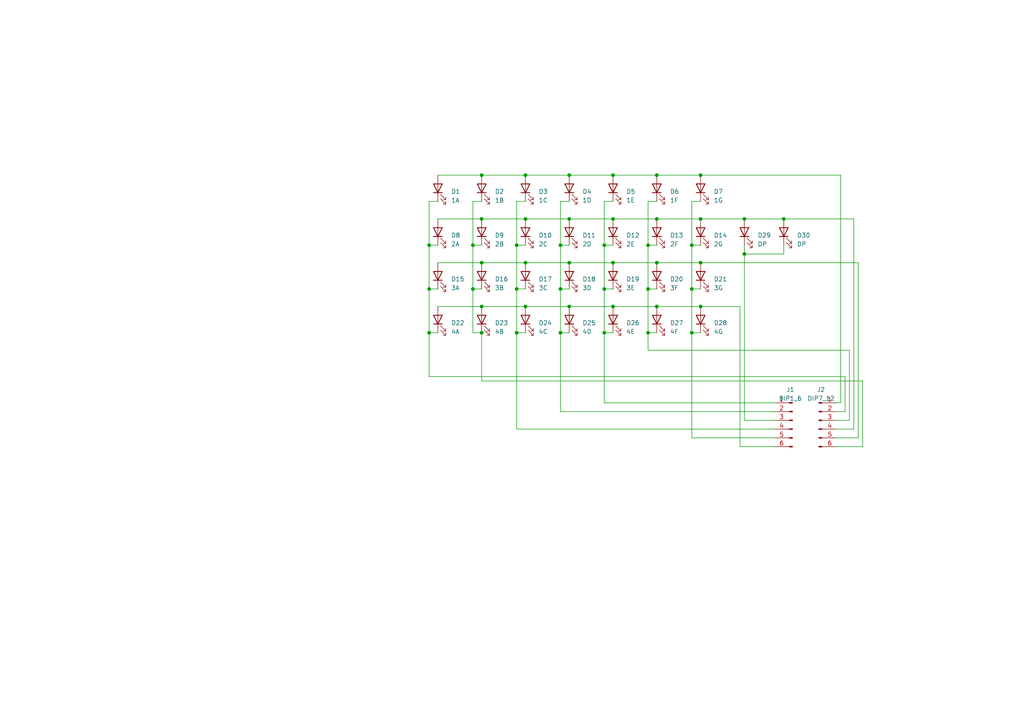
<source format=kicad_sch>
(kicad_sch
	(version 20231120)
	(generator "eeschema")
	(generator_version "8.0")
	(uuid "6f701bce-086f-42ff-9724-1fd347b3d6ad")
	(paper "A4")
	(lib_symbols
		(symbol "Connector:Conn_01x06_Pin"
			(pin_names
				(offset 1.016) hide)
			(exclude_from_sim no)
			(in_bom yes)
			(on_board yes)
			(property "Reference" "J"
				(at 0 7.62 0)
				(effects
					(font
						(size 1.27 1.27)
					)
				)
			)
			(property "Value" "Conn_01x06_Pin"
				(at 0 -10.16 0)
				(effects
					(font
						(size 1.27 1.27)
					)
				)
			)
			(property "Footprint" ""
				(at 0 0 0)
				(effects
					(font
						(size 1.27 1.27)
					)
					(hide yes)
				)
			)
			(property "Datasheet" "~"
				(at 0 0 0)
				(effects
					(font
						(size 1.27 1.27)
					)
					(hide yes)
				)
			)
			(property "Description" "Generic connector, single row, 01x06, script generated"
				(at 0 0 0)
				(effects
					(font
						(size 1.27 1.27)
					)
					(hide yes)
				)
			)
			(property "ki_locked" ""
				(at 0 0 0)
				(effects
					(font
						(size 1.27 1.27)
					)
				)
			)
			(property "ki_keywords" "connector"
				(at 0 0 0)
				(effects
					(font
						(size 1.27 1.27)
					)
					(hide yes)
				)
			)
			(property "ki_fp_filters" "Connector*:*_1x??_*"
				(at 0 0 0)
				(effects
					(font
						(size 1.27 1.27)
					)
					(hide yes)
				)
			)
			(symbol "Conn_01x06_Pin_1_1"
				(polyline
					(pts
						(xy 1.27 -7.62) (xy 0.8636 -7.62)
					)
					(stroke
						(width 0.1524)
						(type default)
					)
					(fill
						(type none)
					)
				)
				(polyline
					(pts
						(xy 1.27 -5.08) (xy 0.8636 -5.08)
					)
					(stroke
						(width 0.1524)
						(type default)
					)
					(fill
						(type none)
					)
				)
				(polyline
					(pts
						(xy 1.27 -2.54) (xy 0.8636 -2.54)
					)
					(stroke
						(width 0.1524)
						(type default)
					)
					(fill
						(type none)
					)
				)
				(polyline
					(pts
						(xy 1.27 0) (xy 0.8636 0)
					)
					(stroke
						(width 0.1524)
						(type default)
					)
					(fill
						(type none)
					)
				)
				(polyline
					(pts
						(xy 1.27 2.54) (xy 0.8636 2.54)
					)
					(stroke
						(width 0.1524)
						(type default)
					)
					(fill
						(type none)
					)
				)
				(polyline
					(pts
						(xy 1.27 5.08) (xy 0.8636 5.08)
					)
					(stroke
						(width 0.1524)
						(type default)
					)
					(fill
						(type none)
					)
				)
				(rectangle
					(start 0.8636 -7.493)
					(end 0 -7.747)
					(stroke
						(width 0.1524)
						(type default)
					)
					(fill
						(type outline)
					)
				)
				(rectangle
					(start 0.8636 -4.953)
					(end 0 -5.207)
					(stroke
						(width 0.1524)
						(type default)
					)
					(fill
						(type outline)
					)
				)
				(rectangle
					(start 0.8636 -2.413)
					(end 0 -2.667)
					(stroke
						(width 0.1524)
						(type default)
					)
					(fill
						(type outline)
					)
				)
				(rectangle
					(start 0.8636 0.127)
					(end 0 -0.127)
					(stroke
						(width 0.1524)
						(type default)
					)
					(fill
						(type outline)
					)
				)
				(rectangle
					(start 0.8636 2.667)
					(end 0 2.413)
					(stroke
						(width 0.1524)
						(type default)
					)
					(fill
						(type outline)
					)
				)
				(rectangle
					(start 0.8636 5.207)
					(end 0 4.953)
					(stroke
						(width 0.1524)
						(type default)
					)
					(fill
						(type outline)
					)
				)
				(pin passive line
					(at 5.08 5.08 180)
					(length 3.81)
					(name "Pin_1"
						(effects
							(font
								(size 1.27 1.27)
							)
						)
					)
					(number "1"
						(effects
							(font
								(size 1.27 1.27)
							)
						)
					)
				)
				(pin passive line
					(at 5.08 2.54 180)
					(length 3.81)
					(name "Pin_2"
						(effects
							(font
								(size 1.27 1.27)
							)
						)
					)
					(number "2"
						(effects
							(font
								(size 1.27 1.27)
							)
						)
					)
				)
				(pin passive line
					(at 5.08 0 180)
					(length 3.81)
					(name "Pin_3"
						(effects
							(font
								(size 1.27 1.27)
							)
						)
					)
					(number "3"
						(effects
							(font
								(size 1.27 1.27)
							)
						)
					)
				)
				(pin passive line
					(at 5.08 -2.54 180)
					(length 3.81)
					(name "Pin_4"
						(effects
							(font
								(size 1.27 1.27)
							)
						)
					)
					(number "4"
						(effects
							(font
								(size 1.27 1.27)
							)
						)
					)
				)
				(pin passive line
					(at 5.08 -5.08 180)
					(length 3.81)
					(name "Pin_5"
						(effects
							(font
								(size 1.27 1.27)
							)
						)
					)
					(number "5"
						(effects
							(font
								(size 1.27 1.27)
							)
						)
					)
				)
				(pin passive line
					(at 5.08 -7.62 180)
					(length 3.81)
					(name "Pin_6"
						(effects
							(font
								(size 1.27 1.27)
							)
						)
					)
					(number "6"
						(effects
							(font
								(size 1.27 1.27)
							)
						)
					)
				)
			)
		)
		(symbol "Device:LED"
			(pin_numbers hide)
			(pin_names
				(offset 1.016) hide)
			(exclude_from_sim no)
			(in_bom yes)
			(on_board yes)
			(property "Reference" "D"
				(at 0 2.54 0)
				(effects
					(font
						(size 1.27 1.27)
					)
				)
			)
			(property "Value" "LED"
				(at 0 -2.54 0)
				(effects
					(font
						(size 1.27 1.27)
					)
				)
			)
			(property "Footprint" ""
				(at 0 0 0)
				(effects
					(font
						(size 1.27 1.27)
					)
					(hide yes)
				)
			)
			(property "Datasheet" "~"
				(at 0 0 0)
				(effects
					(font
						(size 1.27 1.27)
					)
					(hide yes)
				)
			)
			(property "Description" "Light emitting diode"
				(at 0 0 0)
				(effects
					(font
						(size 1.27 1.27)
					)
					(hide yes)
				)
			)
			(property "ki_keywords" "LED diode"
				(at 0 0 0)
				(effects
					(font
						(size 1.27 1.27)
					)
					(hide yes)
				)
			)
			(property "ki_fp_filters" "LED* LED_SMD:* LED_THT:*"
				(at 0 0 0)
				(effects
					(font
						(size 1.27 1.27)
					)
					(hide yes)
				)
			)
			(symbol "LED_0_1"
				(polyline
					(pts
						(xy -1.27 -1.27) (xy -1.27 1.27)
					)
					(stroke
						(width 0.254)
						(type default)
					)
					(fill
						(type none)
					)
				)
				(polyline
					(pts
						(xy -1.27 0) (xy 1.27 0)
					)
					(stroke
						(width 0)
						(type default)
					)
					(fill
						(type none)
					)
				)
				(polyline
					(pts
						(xy 1.27 -1.27) (xy 1.27 1.27) (xy -1.27 0) (xy 1.27 -1.27)
					)
					(stroke
						(width 0.254)
						(type default)
					)
					(fill
						(type none)
					)
				)
				(polyline
					(pts
						(xy -3.048 -0.762) (xy -4.572 -2.286) (xy -3.81 -2.286) (xy -4.572 -2.286) (xy -4.572 -1.524)
					)
					(stroke
						(width 0)
						(type default)
					)
					(fill
						(type none)
					)
				)
				(polyline
					(pts
						(xy -1.778 -0.762) (xy -3.302 -2.286) (xy -2.54 -2.286) (xy -3.302 -2.286) (xy -3.302 -1.524)
					)
					(stroke
						(width 0)
						(type default)
					)
					(fill
						(type none)
					)
				)
			)
			(symbol "LED_1_1"
				(pin passive line
					(at -3.81 0 0)
					(length 2.54)
					(name "K"
						(effects
							(font
								(size 1.27 1.27)
							)
						)
					)
					(number "1"
						(effects
							(font
								(size 1.27 1.27)
							)
						)
					)
				)
				(pin passive line
					(at 3.81 0 180)
					(length 2.54)
					(name "A"
						(effects
							(font
								(size 1.27 1.27)
							)
						)
					)
					(number "2"
						(effects
							(font
								(size 1.27 1.27)
							)
						)
					)
				)
			)
		)
	)
	(junction
		(at 139.7 88.9)
		(diameter 0)
		(color 0 0 0 0)
		(uuid "0b9e5dba-573b-45de-9827-ef9a48e367fb")
	)
	(junction
		(at 175.26 71.12)
		(diameter 0)
		(color 0 0 0 0)
		(uuid "0c902d6e-ecb6-4131-b7a4-6136374635af")
	)
	(junction
		(at 149.86 71.12)
		(diameter 0)
		(color 0 0 0 0)
		(uuid "0ed75581-f7f7-44b6-9679-935c42cdc07a")
	)
	(junction
		(at 137.16 83.82)
		(diameter 0)
		(color 0 0 0 0)
		(uuid "1253bca8-cbbe-4cb1-8bf7-945ae8cd4d86")
	)
	(junction
		(at 187.96 83.82)
		(diameter 0)
		(color 0 0 0 0)
		(uuid "1a4b9f8b-0c6a-4c2d-8064-b5a240fcd31a")
	)
	(junction
		(at 175.26 83.82)
		(diameter 0)
		(color 0 0 0 0)
		(uuid "1acb4e50-8e51-44a5-aa48-369f9a6f42eb")
	)
	(junction
		(at 139.7 76.2)
		(diameter 0)
		(color 0 0 0 0)
		(uuid "1cbd7454-089c-46ed-ad05-7feb7f06ad73")
	)
	(junction
		(at 203.2 88.9)
		(diameter 0)
		(color 0 0 0 0)
		(uuid "2090a041-c689-4d01-acee-1fa6ef2b6a5b")
	)
	(junction
		(at 187.96 71.12)
		(diameter 0)
		(color 0 0 0 0)
		(uuid "22392f5f-e29d-4f6c-a698-a668c8fa296b")
	)
	(junction
		(at 190.5 88.9)
		(diameter 0)
		(color 0 0 0 0)
		(uuid "260b1423-d2a7-4c76-b5dd-04445d2f835e")
	)
	(junction
		(at 215.9 73.66)
		(diameter 0)
		(color 0 0 0 0)
		(uuid "2924f2f2-439a-421d-b913-57acf6cc277f")
	)
	(junction
		(at 124.46 83.82)
		(diameter 0)
		(color 0 0 0 0)
		(uuid "35e5723b-2556-42e8-b4ba-651d47a784fe")
	)
	(junction
		(at 177.8 76.2)
		(diameter 0)
		(color 0 0 0 0)
		(uuid "3653234a-0e45-4672-9966-04725c5bb814")
	)
	(junction
		(at 190.5 50.8)
		(diameter 0)
		(color 0 0 0 0)
		(uuid "425f38ed-556b-485c-bbf5-60c1afa25f07")
	)
	(junction
		(at 200.66 71.12)
		(diameter 0)
		(color 0 0 0 0)
		(uuid "42b01b09-b09d-44e7-b6d6-48e6b4b94c86")
	)
	(junction
		(at 162.56 96.52)
		(diameter 0)
		(color 0 0 0 0)
		(uuid "454840cf-5996-4c7e-8799-b300a8ca2854")
	)
	(junction
		(at 203.2 63.5)
		(diameter 0)
		(color 0 0 0 0)
		(uuid "4dc3755f-cdb0-4833-a900-ee6fb5540c1d")
	)
	(junction
		(at 190.5 76.2)
		(diameter 0)
		(color 0 0 0 0)
		(uuid "5090cdf2-7883-47d8-a577-76194cd39cf6")
	)
	(junction
		(at 124.46 71.12)
		(diameter 0)
		(color 0 0 0 0)
		(uuid "55bb6139-a6d2-47ab-8ce6-c183c6e9bc17")
	)
	(junction
		(at 165.1 76.2)
		(diameter 0)
		(color 0 0 0 0)
		(uuid "55ea7d43-6824-4f85-a6f5-8e069481f2ba")
	)
	(junction
		(at 165.1 88.9)
		(diameter 0)
		(color 0 0 0 0)
		(uuid "5982d0d3-4ad6-4180-acd1-344e919df970")
	)
	(junction
		(at 149.86 96.52)
		(diameter 0)
		(color 0 0 0 0)
		(uuid "63fc0c9d-b6d6-43fc-910e-85fe63284220")
	)
	(junction
		(at 152.4 63.5)
		(diameter 0)
		(color 0 0 0 0)
		(uuid "652c70d2-9fd2-4a67-81b7-d1eb6e84348b")
	)
	(junction
		(at 152.4 88.9)
		(diameter 0)
		(color 0 0 0 0)
		(uuid "6cd4d67d-8a42-45d9-9826-e3143e9a3345")
	)
	(junction
		(at 152.4 76.2)
		(diameter 0)
		(color 0 0 0 0)
		(uuid "78d130de-be0e-465c-8d0c-bb021b14d5ab")
	)
	(junction
		(at 177.8 88.9)
		(diameter 0)
		(color 0 0 0 0)
		(uuid "7dcedccc-7398-404a-9062-4382d98a0930")
	)
	(junction
		(at 139.7 50.8)
		(diameter 0)
		(color 0 0 0 0)
		(uuid "7e2ce3d8-32cf-4013-a6a0-2610a44d63fa")
	)
	(junction
		(at 124.46 96.52)
		(diameter 0)
		(color 0 0 0 0)
		(uuid "88a2adb4-f523-4e18-9f11-fce2bdaf2420")
	)
	(junction
		(at 165.1 63.5)
		(diameter 0)
		(color 0 0 0 0)
		(uuid "8b69bdbf-1ddc-4822-bc0b-3490b85462ad")
	)
	(junction
		(at 149.86 83.82)
		(diameter 0)
		(color 0 0 0 0)
		(uuid "8cc6e1dc-5332-422d-b873-d224ba44b9df")
	)
	(junction
		(at 162.56 83.82)
		(diameter 0)
		(color 0 0 0 0)
		(uuid "983845d2-e91c-4448-88f8-3aa3515081e6")
	)
	(junction
		(at 215.9 63.5)
		(diameter 0)
		(color 0 0 0 0)
		(uuid "9aae1411-1f7f-45f5-8ca1-e2e8ca008403")
	)
	(junction
		(at 187.96 96.52)
		(diameter 0)
		(color 0 0 0 0)
		(uuid "9eed1b88-0e0e-470c-8228-bc2d0b20ee2a")
	)
	(junction
		(at 139.7 63.5)
		(diameter 0)
		(color 0 0 0 0)
		(uuid "a18b5773-abd0-43cf-aa60-0207fcd48242")
	)
	(junction
		(at 162.56 71.12)
		(diameter 0)
		(color 0 0 0 0)
		(uuid "a7da8534-b8a7-4ba7-897a-f93259b7d5c0")
	)
	(junction
		(at 139.7 96.52)
		(diameter 0)
		(color 0 0 0 0)
		(uuid "ac14bc3b-9dc3-47c6-90c8-0076477f2e14")
	)
	(junction
		(at 152.4 50.8)
		(diameter 0)
		(color 0 0 0 0)
		(uuid "ac839188-5a52-426a-98d6-051f686bdd48")
	)
	(junction
		(at 137.16 71.12)
		(diameter 0)
		(color 0 0 0 0)
		(uuid "b57cd020-7a8c-4e34-a0eb-95b601a15197")
	)
	(junction
		(at 200.66 96.52)
		(diameter 0)
		(color 0 0 0 0)
		(uuid "beb510da-2915-4a41-97d1-f77e85a4f575")
	)
	(junction
		(at 165.1 50.8)
		(diameter 0)
		(color 0 0 0 0)
		(uuid "cae642d8-1e76-4583-87a4-09e43abe7a88")
	)
	(junction
		(at 190.5 63.5)
		(diameter 0)
		(color 0 0 0 0)
		(uuid "cda29a14-33ce-4244-9b1c-97712cef04dc")
	)
	(junction
		(at 177.8 50.8)
		(diameter 0)
		(color 0 0 0 0)
		(uuid "d3cd4682-370d-41e6-a3c2-1d1845786ba4")
	)
	(junction
		(at 227.33 63.5)
		(diameter 0)
		(color 0 0 0 0)
		(uuid "e4db1644-2fae-4156-a453-457edac8534c")
	)
	(junction
		(at 200.66 83.82)
		(diameter 0)
		(color 0 0 0 0)
		(uuid "e8324865-ce74-479d-8efe-fc2595e2f11a")
	)
	(junction
		(at 203.2 76.2)
		(diameter 0)
		(color 0 0 0 0)
		(uuid "efb31fed-6c35-4198-8fd8-57ab08138615")
	)
	(junction
		(at 175.26 96.52)
		(diameter 0)
		(color 0 0 0 0)
		(uuid "f04ba63b-3f10-4894-a84c-24bef62d2fbf")
	)
	(junction
		(at 177.8 63.5)
		(diameter 0)
		(color 0 0 0 0)
		(uuid "f140b51c-1e50-48bb-acb7-eb720bb85f3e")
	)
	(junction
		(at 203.2 50.8)
		(diameter 0)
		(color 0 0 0 0)
		(uuid "f5aa1a20-e65f-4f8d-ad2c-048705135617")
	)
	(wire
		(pts
			(xy 187.96 96.52) (xy 190.5 96.52)
		)
		(stroke
			(width 0)
			(type default)
		)
		(uuid "0439def3-7459-485a-acb7-1e4d54e02940")
	)
	(wire
		(pts
			(xy 203.2 63.5) (xy 215.9 63.5)
		)
		(stroke
			(width 0)
			(type default)
		)
		(uuid "0751d742-fad3-46f9-9b6a-2198e12de665")
	)
	(wire
		(pts
			(xy 187.96 71.12) (xy 190.5 71.12)
		)
		(stroke
			(width 0)
			(type default)
		)
		(uuid "08150857-ff35-48f6-a147-6d71491712bc")
	)
	(wire
		(pts
			(xy 190.5 50.8) (xy 203.2 50.8)
		)
		(stroke
			(width 0)
			(type default)
		)
		(uuid "08a449d0-2014-4b93-b0d4-e0e94f8fe4f9")
	)
	(wire
		(pts
			(xy 124.46 71.12) (xy 127 71.12)
		)
		(stroke
			(width 0)
			(type default)
		)
		(uuid "099df36c-619c-4cf0-99f5-0ee29a4c88cf")
	)
	(wire
		(pts
			(xy 139.7 76.2) (xy 152.4 76.2)
		)
		(stroke
			(width 0)
			(type default)
		)
		(uuid "0e8544c5-fe1f-4527-b93c-b4d3dba60221")
	)
	(wire
		(pts
			(xy 242.57 124.46) (xy 247.65 124.46)
		)
		(stroke
			(width 0)
			(type default)
		)
		(uuid "0fc27405-90fa-4459-a245-1ee17c3bbef9")
	)
	(wire
		(pts
			(xy 137.16 83.82) (xy 137.16 71.12)
		)
		(stroke
			(width 0)
			(type default)
		)
		(uuid "12550270-940b-4342-b3a5-5cd4ad3fd965")
	)
	(wire
		(pts
			(xy 177.8 88.9) (xy 190.5 88.9)
		)
		(stroke
			(width 0)
			(type default)
		)
		(uuid "1339706c-01ab-46d2-bbc9-3d4d53eb7c95")
	)
	(wire
		(pts
			(xy 250.19 129.54) (xy 242.57 129.54)
		)
		(stroke
			(width 0)
			(type default)
		)
		(uuid "160d590a-6acb-4966-965b-414e091335fe")
	)
	(wire
		(pts
			(xy 245.11 109.22) (xy 245.11 119.38)
		)
		(stroke
			(width 0)
			(type default)
		)
		(uuid "16aa1716-3e29-4bfb-b6ed-c648fa5ce0e5")
	)
	(wire
		(pts
			(xy 149.86 124.46) (xy 224.79 124.46)
		)
		(stroke
			(width 0)
			(type default)
		)
		(uuid "1716f8e2-6aa2-4dbf-b4ff-7644ac4ad499")
	)
	(wire
		(pts
			(xy 139.7 63.5) (xy 152.4 63.5)
		)
		(stroke
			(width 0)
			(type default)
		)
		(uuid "19882082-174c-456c-8add-ea9e183464f2")
	)
	(wire
		(pts
			(xy 139.7 96.52) (xy 137.16 96.52)
		)
		(stroke
			(width 0)
			(type default)
		)
		(uuid "1d1350d6-c097-47ec-b061-f31d9ae87957")
	)
	(wire
		(pts
			(xy 149.86 83.82) (xy 149.86 96.52)
		)
		(stroke
			(width 0)
			(type default)
		)
		(uuid "1d4e0ce7-308c-40ff-8cb5-064306f573ab")
	)
	(wire
		(pts
			(xy 187.96 83.82) (xy 187.96 96.52)
		)
		(stroke
			(width 0)
			(type default)
		)
		(uuid "204d61ee-7daa-4e40-a9e6-aff1c58020ac")
	)
	(wire
		(pts
			(xy 162.56 83.82) (xy 162.56 96.52)
		)
		(stroke
			(width 0)
			(type default)
		)
		(uuid "207f094b-79c9-4798-b79c-56e0e3fda218")
	)
	(wire
		(pts
			(xy 137.16 96.52) (xy 137.16 83.82)
		)
		(stroke
			(width 0)
			(type default)
		)
		(uuid "231ad825-9f91-42b1-b365-e860ce395364")
	)
	(wire
		(pts
			(xy 214.63 88.9) (xy 214.63 129.54)
		)
		(stroke
			(width 0)
			(type default)
		)
		(uuid "2894e159-6312-4caa-b9d7-150748bed3c8")
	)
	(wire
		(pts
			(xy 248.92 127) (xy 242.57 127)
		)
		(stroke
			(width 0)
			(type default)
		)
		(uuid "2ceac4ca-9018-491c-9f1e-d818f86bcbc9")
	)
	(wire
		(pts
			(xy 250.19 110.49) (xy 250.19 129.54)
		)
		(stroke
			(width 0)
			(type default)
		)
		(uuid "2d44c147-d9b9-41da-8dd2-370fa9f562ca")
	)
	(wire
		(pts
			(xy 246.38 121.92) (xy 242.57 121.92)
		)
		(stroke
			(width 0)
			(type default)
		)
		(uuid "2dc9c209-a107-4c64-9405-d74c09a37596")
	)
	(wire
		(pts
			(xy 215.9 71.12) (xy 215.9 73.66)
		)
		(stroke
			(width 0)
			(type default)
		)
		(uuid "30bd0549-a009-4726-bfec-2534703a3a13")
	)
	(wire
		(pts
			(xy 127 58.42) (xy 124.46 58.42)
		)
		(stroke
			(width 0)
			(type default)
		)
		(uuid "33a2f274-8e3e-42e3-b4bc-f285ff22998b")
	)
	(wire
		(pts
			(xy 137.16 71.12) (xy 137.16 58.42)
		)
		(stroke
			(width 0)
			(type default)
		)
		(uuid "33e9926b-ca57-412f-98ea-abd63904aca7")
	)
	(wire
		(pts
			(xy 203.2 76.2) (xy 248.92 76.2)
		)
		(stroke
			(width 0)
			(type default)
		)
		(uuid "3424821a-616c-4ee8-a0e2-f16cf8ef4ff3")
	)
	(wire
		(pts
			(xy 175.26 116.84) (xy 224.79 116.84)
		)
		(stroke
			(width 0)
			(type default)
		)
		(uuid "344a6c71-4090-493f-88e1-f51b691e2b30")
	)
	(wire
		(pts
			(xy 124.46 71.12) (xy 124.46 83.82)
		)
		(stroke
			(width 0)
			(type default)
		)
		(uuid "34e81182-8c14-4a68-ad4b-e13fef79f9e7")
	)
	(wire
		(pts
			(xy 149.86 96.52) (xy 149.86 124.46)
		)
		(stroke
			(width 0)
			(type default)
		)
		(uuid "3867d569-9392-4d3e-baa2-af49c467a1c8")
	)
	(wire
		(pts
			(xy 175.26 83.82) (xy 175.26 96.52)
		)
		(stroke
			(width 0)
			(type default)
		)
		(uuid "3b0c343b-17fb-4d14-9652-6297e87eb097")
	)
	(wire
		(pts
			(xy 162.56 71.12) (xy 165.1 71.12)
		)
		(stroke
			(width 0)
			(type default)
		)
		(uuid "3fb77834-5aa6-4aa1-848c-c093765251b5")
	)
	(wire
		(pts
			(xy 127 50.8) (xy 139.7 50.8)
		)
		(stroke
			(width 0)
			(type default)
		)
		(uuid "41069a7d-bccb-4e57-94a3-abc5f73a2e43")
	)
	(wire
		(pts
			(xy 243.84 116.84) (xy 242.57 116.84)
		)
		(stroke
			(width 0)
			(type default)
		)
		(uuid "44cc1ea7-0a40-4fbd-a0a1-ee282f62c416")
	)
	(wire
		(pts
			(xy 165.1 63.5) (xy 177.8 63.5)
		)
		(stroke
			(width 0)
			(type default)
		)
		(uuid "44f7ac45-d9db-4746-a440-b74d6e2d1554")
	)
	(wire
		(pts
			(xy 137.16 58.42) (xy 139.7 58.42)
		)
		(stroke
			(width 0)
			(type default)
		)
		(uuid "4668aab2-ad1f-4951-8adb-ae6f5cc6f2b6")
	)
	(wire
		(pts
			(xy 200.66 83.82) (xy 203.2 83.82)
		)
		(stroke
			(width 0)
			(type default)
		)
		(uuid "470e523a-d472-4131-ad62-38ca5d3167e5")
	)
	(wire
		(pts
			(xy 248.92 76.2) (xy 248.92 127)
		)
		(stroke
			(width 0)
			(type default)
		)
		(uuid "48ddb218-dc39-4daa-b633-273616288fd3")
	)
	(wire
		(pts
			(xy 162.56 83.82) (xy 165.1 83.82)
		)
		(stroke
			(width 0)
			(type default)
		)
		(uuid "49b7423b-30b0-41c1-8473-fa015e2477eb")
	)
	(wire
		(pts
			(xy 162.56 71.12) (xy 162.56 83.82)
		)
		(stroke
			(width 0)
			(type default)
		)
		(uuid "4a541f78-edae-486c-b09b-54cd29278d66")
	)
	(wire
		(pts
			(xy 247.65 124.46) (xy 247.65 63.5)
		)
		(stroke
			(width 0)
			(type default)
		)
		(uuid "4c1e7fea-d636-4630-b7f2-c8e52efff407")
	)
	(wire
		(pts
			(xy 139.7 50.8) (xy 152.4 50.8)
		)
		(stroke
			(width 0)
			(type default)
		)
		(uuid "4c78cbf8-bf3d-4324-97f6-3d37b5037792")
	)
	(wire
		(pts
			(xy 162.56 96.52) (xy 162.56 119.38)
		)
		(stroke
			(width 0)
			(type default)
		)
		(uuid "4ef956ab-8878-4de6-a4d6-3faa4aefa181")
	)
	(wire
		(pts
			(xy 149.86 58.42) (xy 149.86 71.12)
		)
		(stroke
			(width 0)
			(type default)
		)
		(uuid "52359020-c969-47ad-818b-3d0ab5419a81")
	)
	(wire
		(pts
			(xy 137.16 83.82) (xy 139.7 83.82)
		)
		(stroke
			(width 0)
			(type default)
		)
		(uuid "566b3f21-c865-4675-89f0-e7c886a1927e")
	)
	(wire
		(pts
			(xy 149.86 71.12) (xy 152.4 71.12)
		)
		(stroke
			(width 0)
			(type default)
		)
		(uuid "5eb7eadf-4259-4d67-b664-de8922ea33c9")
	)
	(wire
		(pts
			(xy 165.1 50.8) (xy 177.8 50.8)
		)
		(stroke
			(width 0)
			(type default)
		)
		(uuid "5ee47e7f-0d23-42c0-9e66-2601ead169d8")
	)
	(wire
		(pts
			(xy 187.96 83.82) (xy 190.5 83.82)
		)
		(stroke
			(width 0)
			(type default)
		)
		(uuid "60a2edff-34e0-4b7b-a6d4-d7784064d65d")
	)
	(wire
		(pts
			(xy 177.8 58.42) (xy 175.26 58.42)
		)
		(stroke
			(width 0)
			(type default)
		)
		(uuid "61e6b87b-486e-403c-95ea-39ba19018055")
	)
	(wire
		(pts
			(xy 190.5 58.42) (xy 187.96 58.42)
		)
		(stroke
			(width 0)
			(type default)
		)
		(uuid "673c2583-9cbc-4962-acda-0e661e8d1a58")
	)
	(wire
		(pts
			(xy 162.56 96.52) (xy 165.1 96.52)
		)
		(stroke
			(width 0)
			(type default)
		)
		(uuid "67c39454-8b25-4f34-b401-fe70fdcf10ac")
	)
	(wire
		(pts
			(xy 175.26 96.52) (xy 175.26 116.84)
		)
		(stroke
			(width 0)
			(type default)
		)
		(uuid "6946a09c-ac26-4658-b50e-dbbf31c62855")
	)
	(wire
		(pts
			(xy 139.7 96.52) (xy 139.7 110.49)
		)
		(stroke
			(width 0)
			(type default)
		)
		(uuid "6b81c275-69f9-4b7b-b446-8384357cc9c5")
	)
	(wire
		(pts
			(xy 200.66 71.12) (xy 203.2 71.12)
		)
		(stroke
			(width 0)
			(type default)
		)
		(uuid "6ceb9b10-c2c0-4e3e-a294-c4960fd910e2")
	)
	(wire
		(pts
			(xy 177.8 76.2) (xy 190.5 76.2)
		)
		(stroke
			(width 0)
			(type default)
		)
		(uuid "6eb02c52-4aba-4ced-b496-b43e2182f0cc")
	)
	(wire
		(pts
			(xy 124.46 96.52) (xy 124.46 109.22)
		)
		(stroke
			(width 0)
			(type default)
		)
		(uuid "6fdd5ebd-9542-4dfb-b215-5f76a9fc0b93")
	)
	(wire
		(pts
			(xy 190.5 63.5) (xy 203.2 63.5)
		)
		(stroke
			(width 0)
			(type default)
		)
		(uuid "736151dc-eb99-49c8-be75-4e14babbebc3")
	)
	(wire
		(pts
			(xy 227.33 63.5) (xy 215.9 63.5)
		)
		(stroke
			(width 0)
			(type default)
		)
		(uuid "73e8ac40-1f1d-4a40-a364-d18bc2b403c8")
	)
	(wire
		(pts
			(xy 175.26 71.12) (xy 177.8 71.12)
		)
		(stroke
			(width 0)
			(type default)
		)
		(uuid "752239a6-2db6-4ce4-914e-e04183f46747")
	)
	(wire
		(pts
			(xy 243.84 50.8) (xy 243.84 116.84)
		)
		(stroke
			(width 0)
			(type default)
		)
		(uuid "75662950-ae73-4474-b65f-c874f4d6fbf8")
	)
	(wire
		(pts
			(xy 124.46 83.82) (xy 127 83.82)
		)
		(stroke
			(width 0)
			(type default)
		)
		(uuid "76f8b275-9e5f-41a2-a29a-4985453b4609")
	)
	(wire
		(pts
			(xy 245.11 119.38) (xy 242.57 119.38)
		)
		(stroke
			(width 0)
			(type default)
		)
		(uuid "7a8a16fa-a1c7-4705-af54-2ef280b3c312")
	)
	(wire
		(pts
			(xy 152.4 50.8) (xy 165.1 50.8)
		)
		(stroke
			(width 0)
			(type default)
		)
		(uuid "7f02487a-a504-415d-8a28-d738ae483d86")
	)
	(wire
		(pts
			(xy 139.7 110.49) (xy 250.19 110.49)
		)
		(stroke
			(width 0)
			(type default)
		)
		(uuid "806c71b6-cc08-43ea-a648-cce75c4b5d73")
	)
	(wire
		(pts
			(xy 200.66 58.42) (xy 200.66 71.12)
		)
		(stroke
			(width 0)
			(type default)
		)
		(uuid "808423dc-9c33-4108-b914-9c4a07f70b90")
	)
	(wire
		(pts
			(xy 177.8 50.8) (xy 190.5 50.8)
		)
		(stroke
			(width 0)
			(type default)
		)
		(uuid "812b1d5f-5966-40ca-8889-0dd653da166a")
	)
	(wire
		(pts
			(xy 152.4 88.9) (xy 165.1 88.9)
		)
		(stroke
			(width 0)
			(type default)
		)
		(uuid "83c479eb-6ba3-434d-bbc8-6be1e9f64261")
	)
	(wire
		(pts
			(xy 200.66 127) (xy 224.79 127)
		)
		(stroke
			(width 0)
			(type default)
		)
		(uuid "8453d4c1-edfd-4ae5-b07b-97a3b09d71eb")
	)
	(wire
		(pts
			(xy 227.33 73.66) (xy 215.9 73.66)
		)
		(stroke
			(width 0)
			(type default)
		)
		(uuid "8fa82d18-abb0-4b1c-9be5-5bbd2bc78e7e")
	)
	(wire
		(pts
			(xy 165.1 58.42) (xy 162.56 58.42)
		)
		(stroke
			(width 0)
			(type default)
		)
		(uuid "8feac17c-481a-4d2f-aee9-5d70b13e61fa")
	)
	(wire
		(pts
			(xy 149.86 71.12) (xy 149.86 83.82)
		)
		(stroke
			(width 0)
			(type default)
		)
		(uuid "90f26df6-5c62-4d00-9936-c1b7155ab65b")
	)
	(wire
		(pts
			(xy 200.66 71.12) (xy 200.66 83.82)
		)
		(stroke
			(width 0)
			(type default)
		)
		(uuid "93c5539f-6d67-4a10-aeac-f62850eae7b0")
	)
	(wire
		(pts
			(xy 162.56 119.38) (xy 224.79 119.38)
		)
		(stroke
			(width 0)
			(type default)
		)
		(uuid "968904f2-a919-493b-b2ee-9deb6aa87785")
	)
	(wire
		(pts
			(xy 175.26 71.12) (xy 175.26 83.82)
		)
		(stroke
			(width 0)
			(type default)
		)
		(uuid "96e2b03b-4574-4b2e-8181-50acd2e3cbe2")
	)
	(wire
		(pts
			(xy 190.5 88.9) (xy 203.2 88.9)
		)
		(stroke
			(width 0)
			(type default)
		)
		(uuid "9906a7c9-2286-4b73-bc2a-b0c4c3843849")
	)
	(wire
		(pts
			(xy 165.1 76.2) (xy 177.8 76.2)
		)
		(stroke
			(width 0)
			(type default)
		)
		(uuid "9d5743ec-0350-43e9-9938-300621ab035b")
	)
	(wire
		(pts
			(xy 175.26 96.52) (xy 177.8 96.52)
		)
		(stroke
			(width 0)
			(type default)
		)
		(uuid "9f3200a9-4cb5-4c30-84eb-209cb0bab808")
	)
	(wire
		(pts
			(xy 203.2 58.42) (xy 200.66 58.42)
		)
		(stroke
			(width 0)
			(type default)
		)
		(uuid "9ff4b3bf-8344-473e-983a-d71167ea5153")
	)
	(wire
		(pts
			(xy 200.66 83.82) (xy 200.66 96.52)
		)
		(stroke
			(width 0)
			(type default)
		)
		(uuid "a007ac14-bb55-4dee-95b2-cd6ed909ce17")
	)
	(wire
		(pts
			(xy 187.96 101.6) (xy 246.38 101.6)
		)
		(stroke
			(width 0)
			(type default)
		)
		(uuid "a26adb5f-9a46-4df9-87be-9a5c4e3b3029")
	)
	(wire
		(pts
			(xy 203.2 88.9) (xy 214.63 88.9)
		)
		(stroke
			(width 0)
			(type default)
		)
		(uuid "a3b7c440-5e99-40fb-bdd7-91633a621fdc")
	)
	(wire
		(pts
			(xy 127 76.2) (xy 139.7 76.2)
		)
		(stroke
			(width 0)
			(type default)
		)
		(uuid "a82f3a35-3590-42de-8d9c-5c01bdcf6fc6")
	)
	(wire
		(pts
			(xy 215.9 121.92) (xy 224.79 121.92)
		)
		(stroke
			(width 0)
			(type default)
		)
		(uuid "a89a7349-8ac4-48c1-ac77-20569b77e0e5")
	)
	(wire
		(pts
			(xy 187.96 96.52) (xy 187.96 101.6)
		)
		(stroke
			(width 0)
			(type default)
		)
		(uuid "a9453829-9560-41db-b766-c99920303acb")
	)
	(wire
		(pts
			(xy 214.63 129.54) (xy 224.79 129.54)
		)
		(stroke
			(width 0)
			(type default)
		)
		(uuid "a9fc5f74-c56a-43e6-8fda-a7abe2835937")
	)
	(wire
		(pts
			(xy 227.33 71.12) (xy 227.33 73.66)
		)
		(stroke
			(width 0)
			(type default)
		)
		(uuid "b1d7fe0b-57e0-438a-8020-b70e56ec2393")
	)
	(wire
		(pts
			(xy 124.46 96.52) (xy 127 96.52)
		)
		(stroke
			(width 0)
			(type default)
		)
		(uuid "b2047b23-7c21-4395-a326-7e17b5ca5a24")
	)
	(wire
		(pts
			(xy 149.86 83.82) (xy 152.4 83.82)
		)
		(stroke
			(width 0)
			(type default)
		)
		(uuid "b30f8599-8450-47cd-b6ea-b8481a42f182")
	)
	(wire
		(pts
			(xy 152.4 58.42) (xy 149.86 58.42)
		)
		(stroke
			(width 0)
			(type default)
		)
		(uuid "b44d865b-75d5-4276-8cf2-d366d54f6142")
	)
	(wire
		(pts
			(xy 124.46 83.82) (xy 124.46 96.52)
		)
		(stroke
			(width 0)
			(type default)
		)
		(uuid "b7a8882b-36bb-468e-8377-2d2736f91bf5")
	)
	(wire
		(pts
			(xy 187.96 58.42) (xy 187.96 71.12)
		)
		(stroke
			(width 0)
			(type default)
		)
		(uuid "b967cf59-b691-401c-8c96-919e3c6532de")
	)
	(wire
		(pts
			(xy 127 88.9) (xy 139.7 88.9)
		)
		(stroke
			(width 0)
			(type default)
		)
		(uuid "bc2441be-0ead-4705-b410-31fda3302c09")
	)
	(wire
		(pts
			(xy 200.66 96.52) (xy 200.66 127)
		)
		(stroke
			(width 0)
			(type default)
		)
		(uuid "be0af9df-354a-4375-9ecd-2f125b6cf5d5")
	)
	(wire
		(pts
			(xy 247.65 63.5) (xy 227.33 63.5)
		)
		(stroke
			(width 0)
			(type default)
		)
		(uuid "be4c9f2d-5c72-422b-b3cb-6ea5dfe7fae9")
	)
	(wire
		(pts
			(xy 246.38 101.6) (xy 246.38 121.92)
		)
		(stroke
			(width 0)
			(type default)
		)
		(uuid "bf4195a5-0eca-4fd7-9d9f-30563c89ec56")
	)
	(wire
		(pts
			(xy 162.56 58.42) (xy 162.56 71.12)
		)
		(stroke
			(width 0)
			(type default)
		)
		(uuid "c25469ec-ce07-469a-ba67-db5aeb6b0660")
	)
	(wire
		(pts
			(xy 152.4 63.5) (xy 165.1 63.5)
		)
		(stroke
			(width 0)
			(type default)
		)
		(uuid "cdf0e542-f180-4486-b67a-9f17d258a890")
	)
	(wire
		(pts
			(xy 149.86 96.52) (xy 152.4 96.52)
		)
		(stroke
			(width 0)
			(type default)
		)
		(uuid "cfa552df-a5a8-4345-8045-7290684462f8")
	)
	(wire
		(pts
			(xy 127 63.5) (xy 139.7 63.5)
		)
		(stroke
			(width 0)
			(type default)
		)
		(uuid "d332bd0f-75bb-43ff-bb5d-f4c87b7a84a7")
	)
	(wire
		(pts
			(xy 190.5 76.2) (xy 203.2 76.2)
		)
		(stroke
			(width 0)
			(type default)
		)
		(uuid "d69eb5d2-f8f0-435e-9b00-a42f12aca523")
	)
	(wire
		(pts
			(xy 203.2 50.8) (xy 243.84 50.8)
		)
		(stroke
			(width 0)
			(type default)
		)
		(uuid "d7c46f03-b953-49cc-8fce-820f21de9187")
	)
	(wire
		(pts
			(xy 200.66 96.52) (xy 203.2 96.52)
		)
		(stroke
			(width 0)
			(type default)
		)
		(uuid "dd5b43c3-4e3e-46e7-a11e-66a3819e7b80")
	)
	(wire
		(pts
			(xy 124.46 58.42) (xy 124.46 71.12)
		)
		(stroke
			(width 0)
			(type default)
		)
		(uuid "e1f0bb6d-66ea-4894-aada-82ab3ebb4984")
	)
	(wire
		(pts
			(xy 187.96 71.12) (xy 187.96 83.82)
		)
		(stroke
			(width 0)
			(type default)
		)
		(uuid "e2e09a63-437f-4fd0-82cf-1a18ee9ec2ad")
	)
	(wire
		(pts
			(xy 215.9 73.66) (xy 215.9 121.92)
		)
		(stroke
			(width 0)
			(type default)
		)
		(uuid "e4e8d0e8-1536-41ab-b5c7-97b96dfa5c4e")
	)
	(wire
		(pts
			(xy 139.7 88.9) (xy 152.4 88.9)
		)
		(stroke
			(width 0)
			(type default)
		)
		(uuid "e6975823-571c-4b33-b4b9-6364eceab6c8")
	)
	(wire
		(pts
			(xy 165.1 88.9) (xy 177.8 88.9)
		)
		(stroke
			(width 0)
			(type default)
		)
		(uuid "ea5c75fd-b1e2-4066-aa9a-42dcca4872ba")
	)
	(wire
		(pts
			(xy 137.16 71.12) (xy 139.7 71.12)
		)
		(stroke
			(width 0)
			(type default)
		)
		(uuid "edaf43a2-182c-4902-b536-6e672d3826e4")
	)
	(wire
		(pts
			(xy 177.8 63.5) (xy 190.5 63.5)
		)
		(stroke
			(width 0)
			(type default)
		)
		(uuid "f50bb719-c5a0-4fe5-8a99-72ed02061d1a")
	)
	(wire
		(pts
			(xy 175.26 83.82) (xy 177.8 83.82)
		)
		(stroke
			(width 0)
			(type default)
		)
		(uuid "f583cdc6-7db9-460d-be66-de4c4d159322")
	)
	(wire
		(pts
			(xy 152.4 76.2) (xy 165.1 76.2)
		)
		(stroke
			(width 0)
			(type default)
		)
		(uuid "fa98ba47-d89a-43f7-a67d-f514165f99a9")
	)
	(wire
		(pts
			(xy 175.26 58.42) (xy 175.26 71.12)
		)
		(stroke
			(width 0)
			(type default)
		)
		(uuid "fb26c2ea-3176-4187-b97d-98c2d069b1a1")
	)
	(wire
		(pts
			(xy 124.46 109.22) (xy 245.11 109.22)
		)
		(stroke
			(width 0)
			(type default)
		)
		(uuid "ff4cfe0a-65fd-46b8-9e75-05a25415db23")
	)
	(symbol
		(lib_id "Device:LED")
		(at 127 80.01 90)
		(unit 1)
		(exclude_from_sim no)
		(in_bom yes)
		(on_board yes)
		(dnp no)
		(fields_autoplaced yes)
		(uuid "01677f51-7b65-4329-999a-a50dc70e0f36")
		(property "Reference" "D15"
			(at 130.81 80.9625 90)
			(effects
				(font
					(size 1.27 1.27)
				)
				(justify right)
			)
		)
		(property "Value" "3A"
			(at 130.81 83.5025 90)
			(effects
				(font
					(size 1.27 1.27)
				)
				(justify right)
			)
		)
		(property "Footprint" "_Personal:32mm LED"
			(at 127 80.01 0)
			(effects
				(font
					(size 1.27 1.27)
				)
				(hide yes)
			)
		)
		(property "Datasheet" "~"
			(at 127 80.01 0)
			(effects
				(font
					(size 1.27 1.27)
				)
				(hide yes)
			)
		)
		(property "Description" ""
			(at 127 80.01 0)
			(effects
				(font
					(size 1.27 1.27)
				)
				(hide yes)
			)
		)
		(pin "1"
			(uuid "2c7f4c3b-d39d-4967-9eb1-769158ecd782")
		)
		(pin "2"
			(uuid "3fc1fadc-8316-4a43-ab4d-5b09f0a4b579")
		)
		(instances
			(project "Big 7 segment V2"
				(path "/6f701bce-086f-42ff-9724-1fd347b3d6ad"
					(reference "D15")
					(unit 1)
				)
			)
		)
	)
	(symbol
		(lib_id "Device:LED")
		(at 227.33 67.31 90)
		(unit 1)
		(exclude_from_sim no)
		(in_bom yes)
		(on_board yes)
		(dnp no)
		(fields_autoplaced yes)
		(uuid "020e6b65-8d79-42d7-9300-36690204cdc7")
		(property "Reference" "D30"
			(at 231.14 68.2625 90)
			(effects
				(font
					(size 1.27 1.27)
				)
				(justify right)
			)
		)
		(property "Value" "DP"
			(at 231.14 70.8025 90)
			(effects
				(font
					(size 1.27 1.27)
				)
				(justify right)
			)
		)
		(property "Footprint" "LED_THT:LED_D5.0mm"
			(at 227.33 67.31 0)
			(effects
				(font
					(size 1.27 1.27)
				)
				(hide yes)
			)
		)
		(property "Datasheet" "~"
			(at 227.33 67.31 0)
			(effects
				(font
					(size 1.27 1.27)
				)
				(hide yes)
			)
		)
		(property "Description" ""
			(at 227.33 67.31 0)
			(effects
				(font
					(size 1.27 1.27)
				)
				(hide yes)
			)
		)
		(pin "1"
			(uuid "8dc87150-7c89-4e87-a642-a64c4c5713ae")
		)
		(pin "2"
			(uuid "d9ab95c5-e8cb-49d1-9df1-ceab1e4b6ade")
		)
		(instances
			(project "Big 7 segment V2"
				(path "/6f701bce-086f-42ff-9724-1fd347b3d6ad"
					(reference "D30")
					(unit 1)
				)
			)
		)
	)
	(symbol
		(lib_id "Device:LED")
		(at 177.8 80.01 90)
		(unit 1)
		(exclude_from_sim no)
		(in_bom yes)
		(on_board yes)
		(dnp no)
		(fields_autoplaced yes)
		(uuid "0c9c8087-33d7-4c78-9575-724753036fa3")
		(property "Reference" "D19"
			(at 181.61 80.9625 90)
			(effects
				(font
					(size 1.27 1.27)
				)
				(justify right)
			)
		)
		(property "Value" "3E"
			(at 181.61 83.5025 90)
			(effects
				(font
					(size 1.27 1.27)
				)
				(justify right)
			)
		)
		(property "Footprint" "_Personal:32mm LED"
			(at 177.8 80.01 0)
			(effects
				(font
					(size 1.27 1.27)
				)
				(hide yes)
			)
		)
		(property "Datasheet" "~"
			(at 177.8 80.01 0)
			(effects
				(font
					(size 1.27 1.27)
				)
				(hide yes)
			)
		)
		(property "Description" ""
			(at 177.8 80.01 0)
			(effects
				(font
					(size 1.27 1.27)
				)
				(hide yes)
			)
		)
		(pin "1"
			(uuid "36caa464-407b-4600-9920-949985a6633d")
		)
		(pin "2"
			(uuid "e7ecb8e6-b07d-45f0-be1b-e7932209dc7f")
		)
		(instances
			(project "Big 7 segment V2"
				(path "/6f701bce-086f-42ff-9724-1fd347b3d6ad"
					(reference "D19")
					(unit 1)
				)
			)
		)
	)
	(symbol
		(lib_id "Device:LED")
		(at 165.1 54.61 90)
		(unit 1)
		(exclude_from_sim no)
		(in_bom yes)
		(on_board yes)
		(dnp no)
		(fields_autoplaced yes)
		(uuid "0e62d23c-d51b-44e5-901d-d80134d31a28")
		(property "Reference" "D4"
			(at 168.91 55.5625 90)
			(effects
				(font
					(size 1.27 1.27)
				)
				(justify right)
			)
		)
		(property "Value" "1D"
			(at 168.91 58.1025 90)
			(effects
				(font
					(size 1.27 1.27)
				)
				(justify right)
			)
		)
		(property "Footprint" "_Personal:32mm LED"
			(at 165.1 54.61 0)
			(effects
				(font
					(size 1.27 1.27)
				)
				(hide yes)
			)
		)
		(property "Datasheet" "~"
			(at 165.1 54.61 0)
			(effects
				(font
					(size 1.27 1.27)
				)
				(hide yes)
			)
		)
		(property "Description" ""
			(at 165.1 54.61 0)
			(effects
				(font
					(size 1.27 1.27)
				)
				(hide yes)
			)
		)
		(pin "1"
			(uuid "b8301955-f89b-435d-8687-6897e1b78390")
		)
		(pin "2"
			(uuid "a5f1bf24-f481-4d4f-8062-6134072b10fa")
		)
		(instances
			(project "Big 7 segment V2"
				(path "/6f701bce-086f-42ff-9724-1fd347b3d6ad"
					(reference "D4")
					(unit 1)
				)
			)
		)
	)
	(symbol
		(lib_id "Device:LED")
		(at 152.4 80.01 90)
		(unit 1)
		(exclude_from_sim no)
		(in_bom yes)
		(on_board yes)
		(dnp no)
		(fields_autoplaced yes)
		(uuid "0e787553-0154-4bae-a32b-1432e9a61953")
		(property "Reference" "D17"
			(at 156.21 80.9625 90)
			(effects
				(font
					(size 1.27 1.27)
				)
				(justify right)
			)
		)
		(property "Value" "3C"
			(at 156.21 83.5025 90)
			(effects
				(font
					(size 1.27 1.27)
				)
				(justify right)
			)
		)
		(property "Footprint" "_Personal:32mm LED"
			(at 152.4 80.01 0)
			(effects
				(font
					(size 1.27 1.27)
				)
				(hide yes)
			)
		)
		(property "Datasheet" "~"
			(at 152.4 80.01 0)
			(effects
				(font
					(size 1.27 1.27)
				)
				(hide yes)
			)
		)
		(property "Description" ""
			(at 152.4 80.01 0)
			(effects
				(font
					(size 1.27 1.27)
				)
				(hide yes)
			)
		)
		(pin "1"
			(uuid "3d927fe0-8b66-46fc-bc11-789f82560b06")
		)
		(pin "2"
			(uuid "aa08ed98-646c-47c8-b923-97daf27f930f")
		)
		(instances
			(project "Big 7 segment V2"
				(path "/6f701bce-086f-42ff-9724-1fd347b3d6ad"
					(reference "D17")
					(unit 1)
				)
			)
		)
	)
	(symbol
		(lib_id "Device:LED")
		(at 177.8 92.71 90)
		(unit 1)
		(exclude_from_sim no)
		(in_bom yes)
		(on_board yes)
		(dnp no)
		(fields_autoplaced yes)
		(uuid "160ac864-ebfa-4337-9e36-2fe8e8c54f8e")
		(property "Reference" "D26"
			(at 181.61 93.6625 90)
			(effects
				(font
					(size 1.27 1.27)
				)
				(justify right)
			)
		)
		(property "Value" "4E"
			(at 181.61 96.2025 90)
			(effects
				(font
					(size 1.27 1.27)
				)
				(justify right)
			)
		)
		(property "Footprint" "_Personal:32mm LED"
			(at 177.8 92.71 0)
			(effects
				(font
					(size 1.27 1.27)
				)
				(hide yes)
			)
		)
		(property "Datasheet" "~"
			(at 177.8 92.71 0)
			(effects
				(font
					(size 1.27 1.27)
				)
				(hide yes)
			)
		)
		(property "Description" ""
			(at 177.8 92.71 0)
			(effects
				(font
					(size 1.27 1.27)
				)
				(hide yes)
			)
		)
		(pin "1"
			(uuid "efd8154b-007f-4bec-8c0d-5b8603e4b178")
		)
		(pin "2"
			(uuid "17e6ad55-8463-4b94-8ef6-cf14f9fc913a")
		)
		(instances
			(project "Big 7 segment V2"
				(path "/6f701bce-086f-42ff-9724-1fd347b3d6ad"
					(reference "D26")
					(unit 1)
				)
			)
		)
	)
	(symbol
		(lib_id "Device:LED")
		(at 152.4 67.31 90)
		(unit 1)
		(exclude_from_sim no)
		(in_bom yes)
		(on_board yes)
		(dnp no)
		(fields_autoplaced yes)
		(uuid "18c40835-dc39-4ae2-b78e-7eaacd1618e7")
		(property "Reference" "D10"
			(at 156.21 68.2625 90)
			(effects
				(font
					(size 1.27 1.27)
				)
				(justify right)
			)
		)
		(property "Value" "2C"
			(at 156.21 70.8025 90)
			(effects
				(font
					(size 1.27 1.27)
				)
				(justify right)
			)
		)
		(property "Footprint" "_Personal:32mm LED"
			(at 152.4 67.31 0)
			(effects
				(font
					(size 1.27 1.27)
				)
				(hide yes)
			)
		)
		(property "Datasheet" "~"
			(at 152.4 67.31 0)
			(effects
				(font
					(size 1.27 1.27)
				)
				(hide yes)
			)
		)
		(property "Description" ""
			(at 152.4 67.31 0)
			(effects
				(font
					(size 1.27 1.27)
				)
				(hide yes)
			)
		)
		(pin "1"
			(uuid "04e1a918-8059-4346-9284-ec266575f329")
		)
		(pin "2"
			(uuid "6d8301ec-e9c7-4de9-9e25-0080ad712a60")
		)
		(instances
			(project "Big 7 segment V2"
				(path "/6f701bce-086f-42ff-9724-1fd347b3d6ad"
					(reference "D10")
					(unit 1)
				)
			)
		)
	)
	(symbol
		(lib_id "Device:LED")
		(at 190.5 80.01 90)
		(unit 1)
		(exclude_from_sim no)
		(in_bom yes)
		(on_board yes)
		(dnp no)
		(fields_autoplaced yes)
		(uuid "1a669245-023f-4967-9ef3-e85419442fe0")
		(property "Reference" "D20"
			(at 194.31 80.9625 90)
			(effects
				(font
					(size 1.27 1.27)
				)
				(justify right)
			)
		)
		(property "Value" "3F"
			(at 194.31 83.5025 90)
			(effects
				(font
					(size 1.27 1.27)
				)
				(justify right)
			)
		)
		(property "Footprint" "_Personal:32mm LED"
			(at 190.5 80.01 0)
			(effects
				(font
					(size 1.27 1.27)
				)
				(hide yes)
			)
		)
		(property "Datasheet" "~"
			(at 190.5 80.01 0)
			(effects
				(font
					(size 1.27 1.27)
				)
				(hide yes)
			)
		)
		(property "Description" ""
			(at 190.5 80.01 0)
			(effects
				(font
					(size 1.27 1.27)
				)
				(hide yes)
			)
		)
		(pin "1"
			(uuid "dba02cd8-2282-4adb-b482-e53afd54e66c")
		)
		(pin "2"
			(uuid "bd9e0bba-d2af-4874-a08b-0614e48a34fa")
		)
		(instances
			(project "Big 7 segment V2"
				(path "/6f701bce-086f-42ff-9724-1fd347b3d6ad"
					(reference "D20")
					(unit 1)
				)
			)
		)
	)
	(symbol
		(lib_id "Device:LED")
		(at 203.2 80.01 90)
		(unit 1)
		(exclude_from_sim no)
		(in_bom yes)
		(on_board yes)
		(dnp no)
		(fields_autoplaced yes)
		(uuid "2c06a65d-909a-4254-8206-a5f7dddc41e4")
		(property "Reference" "D21"
			(at 207.01 80.9625 90)
			(effects
				(font
					(size 1.27 1.27)
				)
				(justify right)
			)
		)
		(property "Value" "3G"
			(at 207.01 83.5025 90)
			(effects
				(font
					(size 1.27 1.27)
				)
				(justify right)
			)
		)
		(property "Footprint" "_Personal:32mm LED"
			(at 203.2 80.01 0)
			(effects
				(font
					(size 1.27 1.27)
				)
				(hide yes)
			)
		)
		(property "Datasheet" "~"
			(at 203.2 80.01 0)
			(effects
				(font
					(size 1.27 1.27)
				)
				(hide yes)
			)
		)
		(property "Description" ""
			(at 203.2 80.01 0)
			(effects
				(font
					(size 1.27 1.27)
				)
				(hide yes)
			)
		)
		(pin "1"
			(uuid "0cc6019b-c39e-4c44-ac3d-4051aae952ed")
		)
		(pin "2"
			(uuid "111f7e7c-4ea5-4bb9-8edd-3458161b1073")
		)
		(instances
			(project "Big 7 segment V2"
				(path "/6f701bce-086f-42ff-9724-1fd347b3d6ad"
					(reference "D21")
					(unit 1)
				)
			)
		)
	)
	(symbol
		(lib_id "Device:LED")
		(at 203.2 92.71 90)
		(unit 1)
		(exclude_from_sim no)
		(in_bom yes)
		(on_board yes)
		(dnp no)
		(fields_autoplaced yes)
		(uuid "338c6cec-657e-495b-a8db-a029e0ed400e")
		(property "Reference" "D28"
			(at 207.01 93.6625 90)
			(effects
				(font
					(size 1.27 1.27)
				)
				(justify right)
			)
		)
		(property "Value" "4G"
			(at 207.01 96.2025 90)
			(effects
				(font
					(size 1.27 1.27)
				)
				(justify right)
			)
		)
		(property "Footprint" "_Personal:32mm LED"
			(at 203.2 92.71 0)
			(effects
				(font
					(size 1.27 1.27)
				)
				(hide yes)
			)
		)
		(property "Datasheet" "~"
			(at 203.2 92.71 0)
			(effects
				(font
					(size 1.27 1.27)
				)
				(hide yes)
			)
		)
		(property "Description" ""
			(at 203.2 92.71 0)
			(effects
				(font
					(size 1.27 1.27)
				)
				(hide yes)
			)
		)
		(pin "1"
			(uuid "5591b492-630d-4625-9983-be0d9ba067e7")
		)
		(pin "2"
			(uuid "458ab299-3dcc-47ff-93c6-58b3d57f86ad")
		)
		(instances
			(project "Big 7 segment V2"
				(path "/6f701bce-086f-42ff-9724-1fd347b3d6ad"
					(reference "D28")
					(unit 1)
				)
			)
		)
	)
	(symbol
		(lib_id "Connector:Conn_01x06_Pin")
		(at 237.49 121.92 0)
		(unit 1)
		(exclude_from_sim no)
		(in_bom yes)
		(on_board yes)
		(dnp no)
		(uuid "33c219df-f9c9-47a9-9d19-9cde33ef520a")
		(property "Reference" "J2"
			(at 238.125 113.03 0)
			(effects
				(font
					(size 1.27 1.27)
				)
			)
		)
		(property "Value" "DIP7_12"
			(at 238.125 115.57 0)
			(effects
				(font
					(size 1.27 1.27)
				)
			)
		)
		(property "Footprint" "Connector_PinHeader_2.54mm:PinHeader_1x06_P2.54mm_Vertical_SMD_Pin1Right"
			(at 237.49 121.92 0)
			(effects
				(font
					(size 1.27 1.27)
				)
				(hide yes)
			)
		)
		(property "Datasheet" "~"
			(at 237.49 121.92 0)
			(effects
				(font
					(size 1.27 1.27)
				)
				(hide yes)
			)
		)
		(property "Description" ""
			(at 237.49 121.92 0)
			(effects
				(font
					(size 1.27 1.27)
				)
				(hide yes)
			)
		)
		(pin "1"
			(uuid "08d55eac-9ba8-4221-8cea-bab61a772fad")
		)
		(pin "2"
			(uuid "e00b840b-b7b3-4539-b909-02ba0f31c950")
		)
		(pin "3"
			(uuid "8ba3f667-4cfa-4a73-8866-02cb34e1d6d0")
		)
		(pin "4"
			(uuid "8573955c-dc9f-4a0d-98a3-54bdbe606929")
		)
		(pin "5"
			(uuid "84d5d47a-0b30-40d2-b75f-32db505f2e62")
		)
		(pin "6"
			(uuid "728949ec-14b0-4464-9ba8-b99bc9404de9")
		)
		(instances
			(project "Big 7 segment V2"
				(path "/6f701bce-086f-42ff-9724-1fd347b3d6ad"
					(reference "J2")
					(unit 1)
				)
			)
		)
	)
	(symbol
		(lib_id "Device:LED")
		(at 190.5 54.61 90)
		(unit 1)
		(exclude_from_sim no)
		(in_bom yes)
		(on_board yes)
		(dnp no)
		(fields_autoplaced yes)
		(uuid "35deff68-2c1f-416d-bee0-3423f3116d54")
		(property "Reference" "D6"
			(at 194.31 55.5625 90)
			(effects
				(font
					(size 1.27 1.27)
				)
				(justify right)
			)
		)
		(property "Value" "1F"
			(at 194.31 58.1025 90)
			(effects
				(font
					(size 1.27 1.27)
				)
				(justify right)
			)
		)
		(property "Footprint" "_Personal:32mm LED"
			(at 190.5 54.61 0)
			(effects
				(font
					(size 1.27 1.27)
				)
				(hide yes)
			)
		)
		(property "Datasheet" "~"
			(at 190.5 54.61 0)
			(effects
				(font
					(size 1.27 1.27)
				)
				(hide yes)
			)
		)
		(property "Description" ""
			(at 190.5 54.61 0)
			(effects
				(font
					(size 1.27 1.27)
				)
				(hide yes)
			)
		)
		(pin "1"
			(uuid "398bb123-87f4-4c6d-9563-251f73ec8a11")
		)
		(pin "2"
			(uuid "5625b66e-5521-4a9d-af7e-04e805b7f128")
		)
		(instances
			(project "Big 7 segment V2"
				(path "/6f701bce-086f-42ff-9724-1fd347b3d6ad"
					(reference "D6")
					(unit 1)
				)
			)
		)
	)
	(symbol
		(lib_id "Device:LED")
		(at 152.4 92.71 90)
		(unit 1)
		(exclude_from_sim no)
		(in_bom yes)
		(on_board yes)
		(dnp no)
		(fields_autoplaced yes)
		(uuid "37a57f45-7226-4e30-abd6-bd2a110c1544")
		(property "Reference" "D24"
			(at 156.21 93.6625 90)
			(effects
				(font
					(size 1.27 1.27)
				)
				(justify right)
			)
		)
		(property "Value" "4C"
			(at 156.21 96.2025 90)
			(effects
				(font
					(size 1.27 1.27)
				)
				(justify right)
			)
		)
		(property "Footprint" "_Personal:32mm LED"
			(at 152.4 92.71 0)
			(effects
				(font
					(size 1.27 1.27)
				)
				(hide yes)
			)
		)
		(property "Datasheet" "~"
			(at 152.4 92.71 0)
			(effects
				(font
					(size 1.27 1.27)
				)
				(hide yes)
			)
		)
		(property "Description" ""
			(at 152.4 92.71 0)
			(effects
				(font
					(size 1.27 1.27)
				)
				(hide yes)
			)
		)
		(pin "1"
			(uuid "cd8f02bd-f31d-4db5-9a9a-7de25b0fdcc0")
		)
		(pin "2"
			(uuid "42d08b55-cde3-45db-9b22-97fb9d32e1b9")
		)
		(instances
			(project "Big 7 segment V2"
				(path "/6f701bce-086f-42ff-9724-1fd347b3d6ad"
					(reference "D24")
					(unit 1)
				)
			)
		)
	)
	(symbol
		(lib_id "Device:LED")
		(at 165.1 80.01 90)
		(unit 1)
		(exclude_from_sim no)
		(in_bom yes)
		(on_board yes)
		(dnp no)
		(fields_autoplaced yes)
		(uuid "390b74c8-7223-49d7-a5c6-592c9d27f033")
		(property "Reference" "D18"
			(at 168.91 80.9625 90)
			(effects
				(font
					(size 1.27 1.27)
				)
				(justify right)
			)
		)
		(property "Value" "3D"
			(at 168.91 83.5025 90)
			(effects
				(font
					(size 1.27 1.27)
				)
				(justify right)
			)
		)
		(property "Footprint" "_Personal:32mm LED"
			(at 165.1 80.01 0)
			(effects
				(font
					(size 1.27 1.27)
				)
				(hide yes)
			)
		)
		(property "Datasheet" "~"
			(at 165.1 80.01 0)
			(effects
				(font
					(size 1.27 1.27)
				)
				(hide yes)
			)
		)
		(property "Description" ""
			(at 165.1 80.01 0)
			(effects
				(font
					(size 1.27 1.27)
				)
				(hide yes)
			)
		)
		(pin "1"
			(uuid "0115f5bf-20d5-4b6f-aaf4-5b0032fb1ef9")
		)
		(pin "2"
			(uuid "e53378ed-eaf8-4946-a71d-2a44c89db516")
		)
		(instances
			(project "Big 7 segment V2"
				(path "/6f701bce-086f-42ff-9724-1fd347b3d6ad"
					(reference "D18")
					(unit 1)
				)
			)
		)
	)
	(symbol
		(lib_id "Device:LED")
		(at 165.1 92.71 90)
		(unit 1)
		(exclude_from_sim no)
		(in_bom yes)
		(on_board yes)
		(dnp no)
		(fields_autoplaced yes)
		(uuid "6333e79d-0582-4e5c-bd78-112abd8d5425")
		(property "Reference" "D25"
			(at 168.91 93.6625 90)
			(effects
				(font
					(size 1.27 1.27)
				)
				(justify right)
			)
		)
		(property "Value" "4D"
			(at 168.91 96.2025 90)
			(effects
				(font
					(size 1.27 1.27)
				)
				(justify right)
			)
		)
		(property "Footprint" "_Personal:32mm LED"
			(at 165.1 92.71 0)
			(effects
				(font
					(size 1.27 1.27)
				)
				(hide yes)
			)
		)
		(property "Datasheet" "~"
			(at 165.1 92.71 0)
			(effects
				(font
					(size 1.27 1.27)
				)
				(hide yes)
			)
		)
		(property "Description" ""
			(at 165.1 92.71 0)
			(effects
				(font
					(size 1.27 1.27)
				)
				(hide yes)
			)
		)
		(pin "1"
			(uuid "c0eac91d-441a-460c-b13e-a60ac2a33e54")
		)
		(pin "2"
			(uuid "e1ab30a0-ca47-441b-9d98-41276337eb31")
		)
		(instances
			(project "Big 7 segment V2"
				(path "/6f701bce-086f-42ff-9724-1fd347b3d6ad"
					(reference "D25")
					(unit 1)
				)
			)
		)
	)
	(symbol
		(lib_id "Device:LED")
		(at 139.7 67.31 90)
		(unit 1)
		(exclude_from_sim no)
		(in_bom yes)
		(on_board yes)
		(dnp no)
		(fields_autoplaced yes)
		(uuid "74b75ba6-cf50-4f99-b6a3-1adc8f93175b")
		(property "Reference" "D9"
			(at 143.51 68.2625 90)
			(effects
				(font
					(size 1.27 1.27)
				)
				(justify right)
			)
		)
		(property "Value" "2B"
			(at 143.51 70.8025 90)
			(effects
				(font
					(size 1.27 1.27)
				)
				(justify right)
			)
		)
		(property "Footprint" "_Personal:32mm LED"
			(at 139.7 67.31 0)
			(effects
				(font
					(size 1.27 1.27)
				)
				(hide yes)
			)
		)
		(property "Datasheet" "~"
			(at 139.7 67.31 0)
			(effects
				(font
					(size 1.27 1.27)
				)
				(hide yes)
			)
		)
		(property "Description" ""
			(at 139.7 67.31 0)
			(effects
				(font
					(size 1.27 1.27)
				)
				(hide yes)
			)
		)
		(pin "1"
			(uuid "cdd2c83e-68c6-42f7-b9a7-fd6d95b0e2c1")
		)
		(pin "2"
			(uuid "abdc48bf-a02f-41a5-85df-65d545c30ca2")
		)
		(instances
			(project "Big 7 segment V2"
				(path "/6f701bce-086f-42ff-9724-1fd347b3d6ad"
					(reference "D9")
					(unit 1)
				)
			)
		)
	)
	(symbol
		(lib_id "Connector:Conn_01x06_Pin")
		(at 229.87 121.92 0)
		(mirror y)
		(unit 1)
		(exclude_from_sim no)
		(in_bom yes)
		(on_board yes)
		(dnp no)
		(uuid "8499f8ed-24f0-4f66-aef4-d055e4a4d6cf")
		(property "Reference" "J1"
			(at 229.235 113.03 0)
			(effects
				(font
					(size 1.27 1.27)
				)
			)
		)
		(property "Value" "DIP1_6"
			(at 229.235 115.57 0)
			(effects
				(font
					(size 1.27 1.27)
				)
			)
		)
		(property "Footprint" "Connector_PinHeader_2.54mm:PinHeader_1x06_P2.54mm_Vertical_SMD_Pin1Left"
			(at 229.87 121.92 0)
			(effects
				(font
					(size 1.27 1.27)
				)
				(hide yes)
			)
		)
		(property "Datasheet" "~"
			(at 229.87 121.92 0)
			(effects
				(font
					(size 1.27 1.27)
				)
				(hide yes)
			)
		)
		(property "Description" ""
			(at 229.87 121.92 0)
			(effects
				(font
					(size 1.27 1.27)
				)
				(hide yes)
			)
		)
		(pin "1"
			(uuid "0c00a56b-cff0-410a-99ee-318868ba9f22")
		)
		(pin "2"
			(uuid "e39aa9e5-a275-4917-8d16-284eb65eff60")
		)
		(pin "3"
			(uuid "5b7beedf-b9df-4a23-a64f-f7c690e857dc")
		)
		(pin "4"
			(uuid "32db3d73-c049-4587-b447-8a09c768b117")
		)
		(pin "5"
			(uuid "1502b096-d167-4742-bb4a-588ad1ea0f2c")
		)
		(pin "6"
			(uuid "98a89880-9ed4-43de-a73f-129ce12b0891")
		)
		(instances
			(project "Big 7 segment V2"
				(path "/6f701bce-086f-42ff-9724-1fd347b3d6ad"
					(reference "J1")
					(unit 1)
				)
			)
		)
	)
	(symbol
		(lib_id "Device:LED")
		(at 203.2 67.31 90)
		(unit 1)
		(exclude_from_sim no)
		(in_bom yes)
		(on_board yes)
		(dnp no)
		(fields_autoplaced yes)
		(uuid "864f266d-c01f-4f58-b2cb-1404bfc704ee")
		(property "Reference" "D14"
			(at 207.01 68.2625 90)
			(effects
				(font
					(size 1.27 1.27)
				)
				(justify right)
			)
		)
		(property "Value" "2G"
			(at 207.01 70.8025 90)
			(effects
				(font
					(size 1.27 1.27)
				)
				(justify right)
			)
		)
		(property "Footprint" "_Personal:32mm LED"
			(at 203.2 67.31 0)
			(effects
				(font
					(size 1.27 1.27)
				)
				(hide yes)
			)
		)
		(property "Datasheet" "~"
			(at 203.2 67.31 0)
			(effects
				(font
					(size 1.27 1.27)
				)
				(hide yes)
			)
		)
		(property "Description" ""
			(at 203.2 67.31 0)
			(effects
				(font
					(size 1.27 1.27)
				)
				(hide yes)
			)
		)
		(pin "1"
			(uuid "077865cc-7138-4d5a-8fda-2784eb51294a")
		)
		(pin "2"
			(uuid "3a98619a-9912-49ea-9728-85b539293c03")
		)
		(instances
			(project "Big 7 segment V2"
				(path "/6f701bce-086f-42ff-9724-1fd347b3d6ad"
					(reference "D14")
					(unit 1)
				)
			)
		)
	)
	(symbol
		(lib_id "Device:LED")
		(at 139.7 92.71 90)
		(unit 1)
		(exclude_from_sim no)
		(in_bom yes)
		(on_board yes)
		(dnp no)
		(fields_autoplaced yes)
		(uuid "8fcaad40-031b-4013-93b6-d9158beceff4")
		(property "Reference" "D23"
			(at 143.51 93.6625 90)
			(effects
				(font
					(size 1.27 1.27)
				)
				(justify right)
			)
		)
		(property "Value" "4B"
			(at 143.51 96.2025 90)
			(effects
				(font
					(size 1.27 1.27)
				)
				(justify right)
			)
		)
		(property "Footprint" "_Personal:32mm LED"
			(at 139.7 92.71 0)
			(effects
				(font
					(size 1.27 1.27)
				)
				(hide yes)
			)
		)
		(property "Datasheet" "~"
			(at 139.7 92.71 0)
			(effects
				(font
					(size 1.27 1.27)
				)
				(hide yes)
			)
		)
		(property "Description" ""
			(at 139.7 92.71 0)
			(effects
				(font
					(size 1.27 1.27)
				)
				(hide yes)
			)
		)
		(pin "1"
			(uuid "c63d46d2-2990-43dc-9b65-a91106706dc5")
		)
		(pin "2"
			(uuid "cf7f216d-b790-4e88-a1ce-3b4d60f6d889")
		)
		(instances
			(project "Big 7 segment V2"
				(path "/6f701bce-086f-42ff-9724-1fd347b3d6ad"
					(reference "D23")
					(unit 1)
				)
			)
		)
	)
	(symbol
		(lib_id "Device:LED")
		(at 190.5 92.71 90)
		(unit 1)
		(exclude_from_sim no)
		(in_bom yes)
		(on_board yes)
		(dnp no)
		(fields_autoplaced yes)
		(uuid "9311fd94-fe2e-4d0a-a63e-dd277d4231b9")
		(property "Reference" "D27"
			(at 194.31 93.6625 90)
			(effects
				(font
					(size 1.27 1.27)
				)
				(justify right)
			)
		)
		(property "Value" "4F"
			(at 194.31 96.2025 90)
			(effects
				(font
					(size 1.27 1.27)
				)
				(justify right)
			)
		)
		(property "Footprint" "_Personal:32mm LED"
			(at 190.5 92.71 0)
			(effects
				(font
					(size 1.27 1.27)
				)
				(hide yes)
			)
		)
		(property "Datasheet" "~"
			(at 190.5 92.71 0)
			(effects
				(font
					(size 1.27 1.27)
				)
				(hide yes)
			)
		)
		(property "Description" ""
			(at 190.5 92.71 0)
			(effects
				(font
					(size 1.27 1.27)
				)
				(hide yes)
			)
		)
		(pin "1"
			(uuid "a0efdc34-0e6c-438d-89d8-50e017d3896f")
		)
		(pin "2"
			(uuid "fb6483c8-a668-4109-80b8-b6ff6dec7324")
		)
		(instances
			(project "Big 7 segment V2"
				(path "/6f701bce-086f-42ff-9724-1fd347b3d6ad"
					(reference "D27")
					(unit 1)
				)
			)
		)
	)
	(symbol
		(lib_id "Device:LED")
		(at 127 92.71 90)
		(unit 1)
		(exclude_from_sim no)
		(in_bom yes)
		(on_board yes)
		(dnp no)
		(fields_autoplaced yes)
		(uuid "9f2b091d-c506-4e0d-9f0b-73e132e1fe06")
		(property "Reference" "D22"
			(at 130.81 93.6625 90)
			(effects
				(font
					(size 1.27 1.27)
				)
				(justify right)
			)
		)
		(property "Value" "4A"
			(at 130.81 96.2025 90)
			(effects
				(font
					(size 1.27 1.27)
				)
				(justify right)
			)
		)
		(property "Footprint" "_Personal:32mm LED"
			(at 127 92.71 0)
			(effects
				(font
					(size 1.27 1.27)
				)
				(hide yes)
			)
		)
		(property "Datasheet" "~"
			(at 127 92.71 0)
			(effects
				(font
					(size 1.27 1.27)
				)
				(hide yes)
			)
		)
		(property "Description" ""
			(at 127 92.71 0)
			(effects
				(font
					(size 1.27 1.27)
				)
				(hide yes)
			)
		)
		(pin "1"
			(uuid "840cc9b7-d0c9-4785-b237-3872d6542ce0")
		)
		(pin "2"
			(uuid "57e99494-acb9-4cff-be99-5b0fea559be6")
		)
		(instances
			(project "Big 7 segment V2"
				(path "/6f701bce-086f-42ff-9724-1fd347b3d6ad"
					(reference "D22")
					(unit 1)
				)
			)
		)
	)
	(symbol
		(lib_id "Device:LED")
		(at 139.7 80.01 90)
		(unit 1)
		(exclude_from_sim no)
		(in_bom yes)
		(on_board yes)
		(dnp no)
		(fields_autoplaced yes)
		(uuid "a0b42e99-5a0d-4478-98cd-69d5fa9b3eb2")
		(property "Reference" "D16"
			(at 143.51 80.9625 90)
			(effects
				(font
					(size 1.27 1.27)
				)
				(justify right)
			)
		)
		(property "Value" "3B"
			(at 143.51 83.5025 90)
			(effects
				(font
					(size 1.27 1.27)
				)
				(justify right)
			)
		)
		(property "Footprint" "_Personal:32mm LED"
			(at 139.7 80.01 0)
			(effects
				(font
					(size 1.27 1.27)
				)
				(hide yes)
			)
		)
		(property "Datasheet" "~"
			(at 139.7 80.01 0)
			(effects
				(font
					(size 1.27 1.27)
				)
				(hide yes)
			)
		)
		(property "Description" ""
			(at 139.7 80.01 0)
			(effects
				(font
					(size 1.27 1.27)
				)
				(hide yes)
			)
		)
		(pin "1"
			(uuid "3e13e320-4bc5-4990-8020-8794ab32bbb2")
		)
		(pin "2"
			(uuid "bbb5ba1a-b5c7-4a26-b207-0424d3d8398a")
		)
		(instances
			(project "Big 7 segment V2"
				(path "/6f701bce-086f-42ff-9724-1fd347b3d6ad"
					(reference "D16")
					(unit 1)
				)
			)
		)
	)
	(symbol
		(lib_id "Device:LED")
		(at 165.1 67.31 90)
		(unit 1)
		(exclude_from_sim no)
		(in_bom yes)
		(on_board yes)
		(dnp no)
		(fields_autoplaced yes)
		(uuid "a8deff97-a6b5-415e-9051-b9e3ec9469fa")
		(property "Reference" "D11"
			(at 168.91 68.2625 90)
			(effects
				(font
					(size 1.27 1.27)
				)
				(justify right)
			)
		)
		(property "Value" "2D"
			(at 168.91 70.8025 90)
			(effects
				(font
					(size 1.27 1.27)
				)
				(justify right)
			)
		)
		(property "Footprint" "_Personal:32mm LED"
			(at 165.1 67.31 0)
			(effects
				(font
					(size 1.27 1.27)
				)
				(hide yes)
			)
		)
		(property "Datasheet" "~"
			(at 165.1 67.31 0)
			(effects
				(font
					(size 1.27 1.27)
				)
				(hide yes)
			)
		)
		(property "Description" ""
			(at 165.1 67.31 0)
			(effects
				(font
					(size 1.27 1.27)
				)
				(hide yes)
			)
		)
		(pin "1"
			(uuid "d5b65e47-44af-4027-9f43-63575bdadd0c")
		)
		(pin "2"
			(uuid "4d708d73-0628-4ddc-8832-5c30d628d784")
		)
		(instances
			(project "Big 7 segment V2"
				(path "/6f701bce-086f-42ff-9724-1fd347b3d6ad"
					(reference "D11")
					(unit 1)
				)
			)
		)
	)
	(symbol
		(lib_id "Device:LED")
		(at 139.7 54.61 90)
		(unit 1)
		(exclude_from_sim no)
		(in_bom yes)
		(on_board yes)
		(dnp no)
		(fields_autoplaced yes)
		(uuid "b2f4d5c4-603b-4870-a45c-51213fd08088")
		(property "Reference" "D2"
			(at 143.51 55.5625 90)
			(effects
				(font
					(size 1.27 1.27)
				)
				(justify right)
			)
		)
		(property "Value" "1B"
			(at 143.51 58.1025 90)
			(effects
				(font
					(size 1.27 1.27)
				)
				(justify right)
			)
		)
		(property "Footprint" "_Personal:32mm LED"
			(at 139.7 54.61 0)
			(effects
				(font
					(size 1.27 1.27)
				)
				(hide yes)
			)
		)
		(property "Datasheet" "~"
			(at 139.7 54.61 0)
			(effects
				(font
					(size 1.27 1.27)
				)
				(hide yes)
			)
		)
		(property "Description" ""
			(at 139.7 54.61 0)
			(effects
				(font
					(size 1.27 1.27)
				)
				(hide yes)
			)
		)
		(pin "1"
			(uuid "bb07426f-c97b-420d-aa04-19cf2f9d2aed")
		)
		(pin "2"
			(uuid "60257e9b-434b-4b9e-9c91-bbcea1a7ce5e")
		)
		(instances
			(project "Big 7 segment V2"
				(path "/6f701bce-086f-42ff-9724-1fd347b3d6ad"
					(reference "D2")
					(unit 1)
				)
			)
		)
	)
	(symbol
		(lib_id "Device:LED")
		(at 215.9 67.31 90)
		(unit 1)
		(exclude_from_sim no)
		(in_bom yes)
		(on_board yes)
		(dnp no)
		(fields_autoplaced yes)
		(uuid "b786be73-ece6-413f-9609-d081c09b7b39")
		(property "Reference" "D29"
			(at 219.71 68.2625 90)
			(effects
				(font
					(size 1.27 1.27)
				)
				(justify right)
			)
		)
		(property "Value" "DP"
			(at 219.71 70.8025 90)
			(effects
				(font
					(size 1.27 1.27)
				)
				(justify right)
			)
		)
		(property "Footprint" "LED_THT:LED_D5.0mm"
			(at 215.9 67.31 0)
			(effects
				(font
					(size 1.27 1.27)
				)
				(hide yes)
			)
		)
		(property "Datasheet" "~"
			(at 215.9 67.31 0)
			(effects
				(font
					(size 1.27 1.27)
				)
				(hide yes)
			)
		)
		(property "Description" ""
			(at 215.9 67.31 0)
			(effects
				(font
					(size 1.27 1.27)
				)
				(hide yes)
			)
		)
		(pin "1"
			(uuid "82552f62-f8ef-4da1-85b4-542b26daea86")
		)
		(pin "2"
			(uuid "0bbb6d11-e117-4d65-92e3-906e82c420f6")
		)
		(instances
			(project "Big 7 segment V2"
				(path "/6f701bce-086f-42ff-9724-1fd347b3d6ad"
					(reference "D29")
					(unit 1)
				)
			)
		)
	)
	(symbol
		(lib_id "Device:LED")
		(at 190.5 67.31 90)
		(unit 1)
		(exclude_from_sim no)
		(in_bom yes)
		(on_board yes)
		(dnp no)
		(fields_autoplaced yes)
		(uuid "d47a2a33-d63a-4631-b654-6f08da9d5b96")
		(property "Reference" "D13"
			(at 194.31 68.2625 90)
			(effects
				(font
					(size 1.27 1.27)
				)
				(justify right)
			)
		)
		(property "Value" "2F"
			(at 194.31 70.8025 90)
			(effects
				(font
					(size 1.27 1.27)
				)
				(justify right)
			)
		)
		(property "Footprint" "_Personal:32mm LED"
			(at 190.5 67.31 0)
			(effects
				(font
					(size 1.27 1.27)
				)
				(hide yes)
			)
		)
		(property "Datasheet" "~"
			(at 190.5 67.31 0)
			(effects
				(font
					(size 1.27 1.27)
				)
				(hide yes)
			)
		)
		(property "Description" ""
			(at 190.5 67.31 0)
			(effects
				(font
					(size 1.27 1.27)
				)
				(hide yes)
			)
		)
		(pin "1"
			(uuid "2f42c4a7-331f-422a-924f-9d55c224ebd1")
		)
		(pin "2"
			(uuid "d7107300-5425-462f-a327-4aa0db3b9264")
		)
		(instances
			(project "Big 7 segment V2"
				(path "/6f701bce-086f-42ff-9724-1fd347b3d6ad"
					(reference "D13")
					(unit 1)
				)
			)
		)
	)
	(symbol
		(lib_id "Device:LED")
		(at 177.8 67.31 90)
		(unit 1)
		(exclude_from_sim no)
		(in_bom yes)
		(on_board yes)
		(dnp no)
		(fields_autoplaced yes)
		(uuid "d8637a5d-d78d-413d-9128-cb15e18a9685")
		(property "Reference" "D12"
			(at 181.61 68.2625 90)
			(effects
				(font
					(size 1.27 1.27)
				)
				(justify right)
			)
		)
		(property "Value" "2E"
			(at 181.61 70.8025 90)
			(effects
				(font
					(size 1.27 1.27)
				)
				(justify right)
			)
		)
		(property "Footprint" "_Personal:32mm LED"
			(at 177.8 67.31 0)
			(effects
				(font
					(size 1.27 1.27)
				)
				(hide yes)
			)
		)
		(property "Datasheet" "~"
			(at 177.8 67.31 0)
			(effects
				(font
					(size 1.27 1.27)
				)
				(hide yes)
			)
		)
		(property "Description" ""
			(at 177.8 67.31 0)
			(effects
				(font
					(size 1.27 1.27)
				)
				(hide yes)
			)
		)
		(pin "1"
			(uuid "4c4f9298-aa51-494d-b5da-8d5121e1dc84")
		)
		(pin "2"
			(uuid "3c11089d-f2e4-47a7-9707-a54571163799")
		)
		(instances
			(project "Big 7 segment V2"
				(path "/6f701bce-086f-42ff-9724-1fd347b3d6ad"
					(reference "D12")
					(unit 1)
				)
			)
		)
	)
	(symbol
		(lib_id "Device:LED")
		(at 177.8 54.61 90)
		(unit 1)
		(exclude_from_sim no)
		(in_bom yes)
		(on_board yes)
		(dnp no)
		(fields_autoplaced yes)
		(uuid "e59e2532-a0f6-4c35-b57c-25a36ef05052")
		(property "Reference" "D5"
			(at 181.61 55.5625 90)
			(effects
				(font
					(size 1.27 1.27)
				)
				(justify right)
			)
		)
		(property "Value" "1E"
			(at 181.61 58.1025 90)
			(effects
				(font
					(size 1.27 1.27)
				)
				(justify right)
			)
		)
		(property "Footprint" "_Personal:32mm LED"
			(at 177.8 54.61 0)
			(effects
				(font
					(size 1.27 1.27)
				)
				(hide yes)
			)
		)
		(property "Datasheet" "~"
			(at 177.8 54.61 0)
			(effects
				(font
					(size 1.27 1.27)
				)
				(hide yes)
			)
		)
		(property "Description" ""
			(at 177.8 54.61 0)
			(effects
				(font
					(size 1.27 1.27)
				)
				(hide yes)
			)
		)
		(pin "1"
			(uuid "ad4a6783-2ea9-4348-9b0b-3a8079ae3bb7")
		)
		(pin "2"
			(uuid "5047e739-4626-4be6-8728-5430563ab5d4")
		)
		(instances
			(project "Big 7 segment V2"
				(path "/6f701bce-086f-42ff-9724-1fd347b3d6ad"
					(reference "D5")
					(unit 1)
				)
			)
		)
	)
	(symbol
		(lib_id "Device:LED")
		(at 127 67.31 90)
		(unit 1)
		(exclude_from_sim no)
		(in_bom yes)
		(on_board yes)
		(dnp no)
		(fields_autoplaced yes)
		(uuid "eb7f9cb5-e2ef-41d5-92ba-9005f095710e")
		(property "Reference" "D8"
			(at 130.81 68.2625 90)
			(effects
				(font
					(size 1.27 1.27)
				)
				(justify right)
			)
		)
		(property "Value" "2A"
			(at 130.81 70.8025 90)
			(effects
				(font
					(size 1.27 1.27)
				)
				(justify right)
			)
		)
		(property "Footprint" "_Personal:32mm LED"
			(at 127 67.31 0)
			(effects
				(font
					(size 1.27 1.27)
				)
				(hide yes)
			)
		)
		(property "Datasheet" "~"
			(at 127 67.31 0)
			(effects
				(font
					(size 1.27 1.27)
				)
				(hide yes)
			)
		)
		(property "Description" ""
			(at 127 67.31 0)
			(effects
				(font
					(size 1.27 1.27)
				)
				(hide yes)
			)
		)
		(pin "1"
			(uuid "5724329d-38d7-4a81-8484-e87d8fbd656d")
		)
		(pin "2"
			(uuid "d63b2ba7-f12c-46d0-8b89-04da8cf1d7f2")
		)
		(instances
			(project "Big 7 segment V2"
				(path "/6f701bce-086f-42ff-9724-1fd347b3d6ad"
					(reference "D8")
					(unit 1)
				)
			)
		)
	)
	(symbol
		(lib_id "Device:LED")
		(at 127 54.61 90)
		(unit 1)
		(exclude_from_sim no)
		(in_bom yes)
		(on_board yes)
		(dnp no)
		(fields_autoplaced yes)
		(uuid "ebebc8ed-122d-4f6f-bf97-adfbccb90fee")
		(property "Reference" "D1"
			(at 130.81 55.5625 90)
			(effects
				(font
					(size 1.27 1.27)
				)
				(justify right)
			)
		)
		(property "Value" "1A"
			(at 130.81 58.1025 90)
			(effects
				(font
					(size 1.27 1.27)
				)
				(justify right)
			)
		)
		(property "Footprint" "_Personal:32mm LED"
			(at 127 54.61 0)
			(effects
				(font
					(size 1.27 1.27)
				)
				(hide yes)
			)
		)
		(property "Datasheet" "~"
			(at 127 54.61 0)
			(effects
				(font
					(size 1.27 1.27)
				)
				(hide yes)
			)
		)
		(property "Description" ""
			(at 127 54.61 0)
			(effects
				(font
					(size 1.27 1.27)
				)
				(hide yes)
			)
		)
		(pin "1"
			(uuid "04630473-ce8d-4e58-a88e-f30c1cd9d56f")
		)
		(pin "2"
			(uuid "5dd3ed2b-e3f6-4117-bf99-f676d9931c5f")
		)
		(instances
			(project "Big 7 segment V2"
				(path "/6f701bce-086f-42ff-9724-1fd347b3d6ad"
					(reference "D1")
					(unit 1)
				)
			)
		)
	)
	(symbol
		(lib_id "Device:LED")
		(at 203.2 54.61 90)
		(unit 1)
		(exclude_from_sim no)
		(in_bom yes)
		(on_board yes)
		(dnp no)
		(fields_autoplaced yes)
		(uuid "f09e5df6-ac2e-481b-b2d0-a7b8c060fb40")
		(property "Reference" "D7"
			(at 207.01 55.5625 90)
			(effects
				(font
					(size 1.27 1.27)
				)
				(justify right)
			)
		)
		(property "Value" "1G"
			(at 207.01 58.1025 90)
			(effects
				(font
					(size 1.27 1.27)
				)
				(justify right)
			)
		)
		(property "Footprint" "_Personal:32mm LED"
			(at 203.2 54.61 0)
			(effects
				(font
					(size 1.27 1.27)
				)
				(hide yes)
			)
		)
		(property "Datasheet" "~"
			(at 203.2 54.61 0)
			(effects
				(font
					(size 1.27 1.27)
				)
				(hide yes)
			)
		)
		(property "Description" ""
			(at 203.2 54.61 0)
			(effects
				(font
					(size 1.27 1.27)
				)
				(hide yes)
			)
		)
		(pin "1"
			(uuid "193c822f-6249-4b84-8714-42e706dcf741")
		)
		(pin "2"
			(uuid "58541ec7-3a0c-4a26-b13b-49ca5fdcd55a")
		)
		(instances
			(project "Big 7 segment V2"
				(path "/6f701bce-086f-42ff-9724-1fd347b3d6ad"
					(reference "D7")
					(unit 1)
				)
			)
		)
	)
	(symbol
		(lib_id "Device:LED")
		(at 152.4 54.61 90)
		(unit 1)
		(exclude_from_sim no)
		(in_bom yes)
		(on_board yes)
		(dnp no)
		(fields_autoplaced yes)
		(uuid "f0fa8669-d13c-4b10-8dc9-088982f510b2")
		(property "Reference" "D3"
			(at 156.21 55.5625 90)
			(effects
				(font
					(size 1.27 1.27)
				)
				(justify right)
			)
		)
		(property "Value" "1C"
			(at 156.21 58.1025 90)
			(effects
				(font
					(size 1.27 1.27)
				)
				(justify right)
			)
		)
		(property "Footprint" "_Personal:32mm LED"
			(at 152.4 54.61 0)
			(effects
				(font
					(size 1.27 1.27)
				)
				(hide yes)
			)
		)
		(property "Datasheet" "~"
			(at 152.4 54.61 0)
			(effects
				(font
					(size 1.27 1.27)
				)
				(hide yes)
			)
		)
		(property "Description" ""
			(at 152.4 54.61 0)
			(effects
				(font
					(size 1.27 1.27)
				)
				(hide yes)
			)
		)
		(pin "1"
			(uuid "42201895-214d-45a8-b135-1e40ce47129e")
		)
		(pin "2"
			(uuid "f418a97f-bb5b-47cd-8e20-e530d21c6b79")
		)
		(instances
			(project "Big 7 segment V2"
				(path "/6f701bce-086f-42ff-9724-1fd347b3d6ad"
					(reference "D3")
					(unit 1)
				)
			)
		)
	)
	(sheet_instances
		(path "/"
			(page "1")
		)
	)
)

</source>
